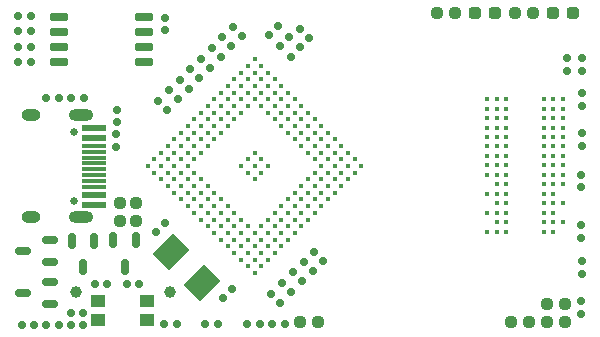
<source format=gbr>
%TF.GenerationSoftware,KiCad,Pcbnew,7.0.2-0*%
%TF.CreationDate,2023-05-15T12:10:58+08:00*%
%TF.ProjectId,slimarm_carambola,736c696d-6172-46d5-9f63-6172616d626f,rev?*%
%TF.SameCoordinates,Original*%
%TF.FileFunction,Soldermask,Top*%
%TF.FilePolarity,Negative*%
%FSLAX46Y46*%
G04 Gerber Fmt 4.6, Leading zero omitted, Abs format (unit mm)*
G04 Created by KiCad (PCBNEW 7.0.2-0) date 2023-05-15 12:10:58*
%MOMM*%
%LPD*%
G01*
G04 APERTURE LIST*
G04 Aperture macros list*
%AMRoundRect*
0 Rectangle with rounded corners*
0 $1 Rounding radius*
0 $2 $3 $4 $5 $6 $7 $8 $9 X,Y pos of 4 corners*
0 Add a 4 corners polygon primitive as box body*
4,1,4,$2,$3,$4,$5,$6,$7,$8,$9,$2,$3,0*
0 Add four circle primitives for the rounded corners*
1,1,$1+$1,$2,$3*
1,1,$1+$1,$4,$5*
1,1,$1+$1,$6,$7*
1,1,$1+$1,$8,$9*
0 Add four rect primitives between the rounded corners*
20,1,$1+$1,$2,$3,$4,$5,0*
20,1,$1+$1,$4,$5,$6,$7,0*
20,1,$1+$1,$6,$7,$8,$9,0*
20,1,$1+$1,$8,$9,$2,$3,0*%
%AMRotRect*
0 Rectangle, with rotation*
0 The origin of the aperture is its center*
0 $1 length*
0 $2 width*
0 $3 Rotation angle, in degrees counterclockwise*
0 Add horizontal line*
21,1,$1,$2,0,0,$3*%
G04 Aperture macros list end*
%ADD10RoundRect,0.150000X0.000000X-0.212132X0.212132X0.000000X0.000000X0.212132X-0.212132X0.000000X0*%
%ADD11RoundRect,0.150000X0.150000X0.150000X-0.150000X0.150000X-0.150000X-0.150000X0.150000X-0.150000X0*%
%ADD12RoundRect,0.150000X-0.212132X0.000000X0.000000X-0.212132X0.212132X0.000000X0.000000X0.212132X0*%
%ADD13RoundRect,0.150000X-0.150000X0.150000X-0.150000X-0.150000X0.150000X-0.150000X0.150000X0.150000X0*%
%ADD14RoundRect,0.150000X0.212132X0.000000X0.000000X0.212132X-0.212132X0.000000X0.000000X-0.212132X0*%
%ADD15RoundRect,0.237500X0.237500X0.237500X-0.237500X0.237500X-0.237500X-0.237500X0.237500X-0.237500X0*%
%ADD16RotRect,2.000000X2.400000X135.000000*%
%ADD17R,1.200000X1.000000*%
%ADD18RoundRect,0.237500X0.237500X-0.237500X0.237500X0.237500X-0.237500X0.237500X-0.237500X-0.237500X0*%
%ADD19RoundRect,0.150000X0.150000X-0.150000X0.150000X0.150000X-0.150000X0.150000X-0.150000X-0.150000X0*%
%ADD20RoundRect,0.237500X-0.237500X-0.237500X0.237500X-0.237500X0.237500X0.237500X-0.237500X0.237500X0*%
%ADD21RoundRect,0.150000X-0.150000X-0.150000X0.150000X-0.150000X0.150000X0.150000X-0.150000X0.150000X0*%
%ADD22C,0.650000*%
%ADD23R,2.000000X0.600000*%
%ADD24R,2.000000X0.300000*%
%ADD25O,2.100000X1.000000*%
%ADD26O,1.600000X1.000000*%
%ADD27RoundRect,0.150000X0.512500X0.150000X-0.512500X0.150000X-0.512500X-0.150000X0.512500X-0.150000X0*%
%ADD28RoundRect,0.237500X0.287500X0.237500X-0.287500X0.237500X-0.287500X-0.237500X0.287500X-0.237500X0*%
%ADD29RoundRect,0.150000X0.000000X0.212132X-0.212132X0.000000X0.000000X-0.212132X0.212132X0.000000X0*%
%ADD30RoundRect,0.150000X-0.650000X-0.150000X0.650000X-0.150000X0.650000X0.150000X-0.650000X0.150000X0*%
%ADD31C,0.410000*%
%ADD32RoundRect,0.150000X-0.150000X0.512500X-0.150000X-0.512500X0.150000X-0.512500X0.150000X0.512500X0*%
%ADD33C,1.000000*%
G04 APERTURE END LIST*
D10*
%TO.C,C31*%
X33878162Y-38481838D03*
X34641838Y-37718162D03*
%TD*%
D11*
%TO.C,R10*%
X33490000Y-40660000D03*
X32410000Y-40660000D03*
%TD*%
D12*
%TO.C,C5*%
X32978162Y-17298162D03*
X33741838Y-18061838D03*
%TD*%
D13*
%TO.C,C23*%
X63030000Y-18120000D03*
X63030000Y-19200000D03*
%TD*%
%TO.C,C28*%
X24900000Y-24600000D03*
X24900000Y-25680000D03*
%TD*%
D11*
%TO.C,C41*%
X37040000Y-40680000D03*
X35960000Y-40680000D03*
%TD*%
D12*
%TO.C,C6*%
X34778162Y-15498162D03*
X35541838Y-16261838D03*
%TD*%
D14*
%TO.C,C12*%
X39711838Y-37921838D03*
X38948162Y-37158162D03*
%TD*%
D12*
%TO.C,C4*%
X32078162Y-18218162D03*
X32841838Y-18981838D03*
%TD*%
D15*
%TO.C,R21*%
X53572000Y-14350000D03*
X52048000Y-14350000D03*
%TD*%
D16*
%TO.C,Y1*%
X32138148Y-37218148D03*
X29521852Y-34601852D03*
%TD*%
D15*
%TO.C,R20*%
X60179500Y-14370000D03*
X58655500Y-14370000D03*
%TD*%
%TO.C,R3*%
X41952000Y-40460000D03*
X40428000Y-40460000D03*
%TD*%
D14*
%TO.C,C13*%
X41521838Y-36161838D03*
X40758162Y-35398162D03*
%TD*%
D15*
%TO.C,R15*%
X59812000Y-40500000D03*
X58288000Y-40500000D03*
%TD*%
D17*
%TO.C,SW1*%
X27470000Y-40350000D03*
X23370000Y-40350000D03*
X27470000Y-38750000D03*
X23370000Y-38750000D03*
%TD*%
D12*
%TO.C,C2*%
X29325000Y-20885000D03*
X30088676Y-21648676D03*
%TD*%
D14*
%TO.C,C15*%
X40611838Y-37031838D03*
X39848162Y-36268162D03*
%TD*%
D11*
%TO.C,R23*%
X17660000Y-18490000D03*
X16580000Y-18490000D03*
%TD*%
%TO.C,R24*%
X17630000Y-17170000D03*
X16550000Y-17170000D03*
%TD*%
%TO.C,R2*%
X20050000Y-21490000D03*
X18970000Y-21490000D03*
%TD*%
D12*
%TO.C,R9*%
X33820000Y-16390000D03*
X34583676Y-17153676D03*
%TD*%
D18*
%TO.C,R7*%
X26590000Y-31902000D03*
X26590000Y-30378000D03*
%TD*%
D12*
%TO.C,C3*%
X30258162Y-19998162D03*
X31021838Y-20761838D03*
%TD*%
D11*
%TO.C,C35*%
X20030000Y-40780000D03*
X18950000Y-40780000D03*
%TD*%
D19*
%TO.C,C22*%
X64270000Y-33360000D03*
X64270000Y-32280000D03*
%TD*%
D20*
%TO.C,R12*%
X61348000Y-38930000D03*
X62872000Y-38930000D03*
%TD*%
D21*
%TO.C,C40*%
X25770000Y-37240000D03*
X26850000Y-37240000D03*
%TD*%
D11*
%TO.C,R13*%
X17630000Y-15870000D03*
X16550000Y-15870000D03*
%TD*%
D22*
%TO.C,J1*%
X21331000Y-24430000D03*
X21331000Y-30210000D03*
D23*
X23031000Y-24070000D03*
X23031000Y-24870000D03*
D24*
X23031000Y-26070000D03*
X23031000Y-27070000D03*
X23031000Y-27570000D03*
X23031000Y-28570000D03*
D23*
X23031000Y-29770000D03*
X23031000Y-30570000D03*
X23031000Y-30570000D03*
X23031000Y-29770000D03*
D24*
X23031000Y-29070000D03*
X23031000Y-28070000D03*
X23031000Y-26570000D03*
X23031000Y-25570000D03*
D23*
X23031000Y-24870000D03*
X23031000Y-24070000D03*
D25*
X21861000Y-23000000D03*
D26*
X17681000Y-23000000D03*
D25*
X21861000Y-31640000D03*
D26*
X17681000Y-31640000D03*
%TD*%
D13*
%TO.C,C19*%
X64310000Y-21100000D03*
X64310000Y-22180000D03*
%TD*%
D27*
%TO.C,U6*%
X19267500Y-35430000D03*
X19267500Y-33530000D03*
X16992500Y-34480000D03*
%TD*%
D28*
%TO.C,D1*%
X63580000Y-14370000D03*
X61830000Y-14370000D03*
%TD*%
D12*
%TO.C,C1*%
X31138162Y-19098162D03*
X31901838Y-19861838D03*
%TD*%
D19*
%TO.C,C21*%
X64270000Y-29090000D03*
X64270000Y-28010000D03*
%TD*%
%TO.C,C36*%
X24910000Y-23590000D03*
X24910000Y-22510000D03*
%TD*%
D21*
%TO.C,R1*%
X21040000Y-21490000D03*
X22120000Y-21490000D03*
%TD*%
D12*
%TO.C,C9*%
X40478162Y-15718162D03*
X41241838Y-16481838D03*
%TD*%
D27*
%TO.C,U5*%
X19247500Y-38990000D03*
X19247500Y-37090000D03*
X16972500Y-38040000D03*
%TD*%
D15*
%TO.C,R14*%
X62882000Y-40480000D03*
X61358000Y-40480000D03*
%TD*%
D29*
%TO.C,C32*%
X29021838Y-32078162D03*
X28258162Y-32841838D03*
%TD*%
%TO.C,C10*%
X40431838Y-17248162D03*
X39668162Y-18011838D03*
%TD*%
D11*
%TO.C,C37*%
X22090000Y-40760000D03*
X21010000Y-40760000D03*
%TD*%
D13*
%TO.C,C26*%
X64220000Y-38700000D03*
X64220000Y-39780000D03*
%TD*%
D14*
%TO.C,C14*%
X38711838Y-38901838D03*
X37948162Y-38138162D03*
%TD*%
%TO.C,C16*%
X41628162Y-34528162D03*
X42391838Y-35291838D03*
%TD*%
D30*
%TO.C,U3*%
X20040000Y-14655000D03*
X20040000Y-15925000D03*
X20040000Y-17195000D03*
X20040000Y-18465000D03*
X27240000Y-18465000D03*
X27240000Y-17195000D03*
X27240000Y-15925000D03*
X27240000Y-14655000D03*
%TD*%
D18*
%TO.C,R5*%
X25160000Y-31902000D03*
X25160000Y-30378000D03*
%TD*%
D11*
%TO.C,C33*%
X17950000Y-40780000D03*
X16870000Y-40780000D03*
%TD*%
D29*
%TO.C,C7*%
X38601838Y-15458162D03*
X37838162Y-16221838D03*
%TD*%
D19*
%TO.C,C24*%
X64290000Y-36430000D03*
X64290000Y-35350000D03*
%TD*%
D11*
%TO.C,R22*%
X17670000Y-14610000D03*
X16590000Y-14610000D03*
%TD*%
%TO.C,R11*%
X39130000Y-40680000D03*
X38050000Y-40680000D03*
%TD*%
D31*
%TO.C,U2*%
X56299600Y-21629300D03*
X57099700Y-21629300D03*
X57899800Y-21629300D03*
X61100200Y-21629300D03*
X61900300Y-21629300D03*
X62700400Y-21629300D03*
X56299600Y-22429400D03*
X57099700Y-22429400D03*
X57899800Y-22429400D03*
X61100200Y-22429400D03*
X61900300Y-22429400D03*
X62700400Y-22429400D03*
X56299600Y-23229500D03*
X57099700Y-23229500D03*
X57899800Y-23229500D03*
X61100200Y-23229500D03*
X61900300Y-23229500D03*
X62700400Y-23229500D03*
X56299600Y-24029600D03*
X57099700Y-24029600D03*
X57899800Y-24029600D03*
X61100200Y-24029600D03*
X61900300Y-24029600D03*
X62700400Y-24029600D03*
X56299600Y-24829700D03*
X57099700Y-24829700D03*
X57899800Y-24829700D03*
X61100200Y-24829700D03*
X61900300Y-24829700D03*
X62700400Y-24829700D03*
X56299600Y-25629800D03*
X57099700Y-25629800D03*
X57899800Y-25629800D03*
X61100200Y-25629800D03*
X61900300Y-25629800D03*
X62700400Y-25629800D03*
X56299600Y-26429900D03*
X57099700Y-26429900D03*
X57899800Y-26429900D03*
X61100200Y-26429900D03*
X61900300Y-26429900D03*
X62700400Y-26429900D03*
X56299600Y-27230000D03*
X57099700Y-27230000D03*
X57899800Y-27230000D03*
X61100200Y-27230000D03*
X61900300Y-27230000D03*
X62700400Y-27230000D03*
X56299600Y-28030100D03*
X57099700Y-28030100D03*
X57899800Y-28030100D03*
X61100200Y-28030100D03*
X61900300Y-28030100D03*
X62700400Y-28030100D03*
X57099700Y-28830200D03*
X57899800Y-28830200D03*
X61100200Y-28830200D03*
X61900300Y-28830200D03*
X62700400Y-28830200D03*
X56299600Y-29630300D03*
X57099700Y-29630300D03*
X57899800Y-29630300D03*
X61100200Y-29630300D03*
X61900300Y-29630300D03*
X57099700Y-30430400D03*
X57899800Y-30430400D03*
X61100200Y-30430400D03*
X61900300Y-30430400D03*
X62700400Y-30430400D03*
X56299600Y-31230500D03*
X57099700Y-31230500D03*
X57899800Y-31230500D03*
X61100200Y-31230500D03*
X61900300Y-31230500D03*
X57099700Y-32030600D03*
X57899800Y-32030600D03*
X61100200Y-32030600D03*
X61900300Y-32030600D03*
X62700400Y-32030600D03*
X56299600Y-32830700D03*
X57099700Y-32830700D03*
X57899800Y-32830700D03*
X61100200Y-32830700D03*
X61900300Y-32830700D03*
%TD*%
D13*
%TO.C,C20*%
X64310000Y-24480000D03*
X64310000Y-25560000D03*
%TD*%
D28*
%TO.C,D2*%
X56982500Y-14370000D03*
X55232500Y-14370000D03*
%TD*%
D21*
%TO.C,C38*%
X28910000Y-40700000D03*
X29990000Y-40700000D03*
%TD*%
D29*
%TO.C,C11*%
X39543676Y-16336324D03*
X38780000Y-17100000D03*
%TD*%
D13*
%TO.C,C25*%
X64340000Y-18120000D03*
X64340000Y-19200000D03*
%TD*%
D31*
%TO.C,U1*%
X36590000Y-18239033D03*
X37155685Y-18804719D03*
X37721371Y-19370404D03*
X38287056Y-19936089D03*
X38852742Y-20501775D03*
X39418427Y-21067460D03*
X39984113Y-21633146D03*
X40549798Y-22198831D03*
X41115483Y-22764517D03*
X41681169Y-23330202D03*
X42246854Y-23895887D03*
X42812540Y-24461573D03*
X43378225Y-25027258D03*
X43943911Y-25592944D03*
X44509596Y-26158629D03*
X45075281Y-26724315D03*
X45640967Y-27290000D03*
X36024315Y-18804719D03*
X36590000Y-19370404D03*
X37155685Y-19936089D03*
X37721371Y-20501775D03*
X38287056Y-21067460D03*
X38852742Y-21633146D03*
X39418427Y-22198831D03*
X39984113Y-22764517D03*
X40549798Y-23330202D03*
X41115483Y-23895887D03*
X41681169Y-24461573D03*
X42246854Y-25027258D03*
X42812540Y-25592944D03*
X43378225Y-26158629D03*
X43943911Y-26724315D03*
X44509596Y-27290000D03*
X45075281Y-27855685D03*
X35458629Y-19370404D03*
X36024315Y-19936089D03*
X36590000Y-20501775D03*
X37155685Y-21067460D03*
X37721371Y-21633146D03*
X38287056Y-22198831D03*
X38852742Y-22764517D03*
X39418427Y-23330202D03*
X39984113Y-23895887D03*
X40549798Y-24461573D03*
X41115483Y-25027258D03*
X41681169Y-25592944D03*
X42246854Y-26158629D03*
X42812540Y-26724315D03*
X43378225Y-27290000D03*
X43943911Y-27855685D03*
X44509596Y-28421371D03*
X34892944Y-19936089D03*
X35458629Y-20501775D03*
X36024315Y-21067460D03*
X36590000Y-21633146D03*
X37155685Y-22198831D03*
X37721371Y-22764517D03*
X38287056Y-23330202D03*
X38852742Y-23895887D03*
X39418427Y-24461573D03*
X39984113Y-25027258D03*
X40549798Y-25592944D03*
X41115483Y-26158629D03*
X41681169Y-26724315D03*
X42246854Y-27290000D03*
X42812540Y-27855685D03*
X43378225Y-28421371D03*
X43943911Y-28987056D03*
X34327258Y-20501775D03*
X34892944Y-21067460D03*
X35458629Y-21633146D03*
X36024315Y-22198831D03*
X41681169Y-27855685D03*
X42246854Y-28421371D03*
X42812540Y-28987056D03*
X43378225Y-29552742D03*
X33761573Y-21067460D03*
X34327258Y-21633146D03*
X34892944Y-22198831D03*
X35458629Y-22764517D03*
X41115483Y-28421371D03*
X41681169Y-28987056D03*
X42246854Y-29552742D03*
X42812540Y-30118427D03*
X33195887Y-21633146D03*
X33761573Y-22198831D03*
X34327258Y-22764517D03*
X34892944Y-23330202D03*
X40549798Y-28987056D03*
X41115483Y-29552742D03*
X41681169Y-30118427D03*
X42246854Y-30684113D03*
X32630202Y-22198831D03*
X33195887Y-22764517D03*
X33761573Y-23330202D03*
X34327258Y-23895887D03*
X36590000Y-26158629D03*
X37155685Y-26724315D03*
X37721371Y-27290000D03*
X39984113Y-29552742D03*
X40549798Y-30118427D03*
X41115483Y-30684113D03*
X41681169Y-31249798D03*
X32064517Y-22764517D03*
X32630202Y-23330202D03*
X33195887Y-23895887D03*
X33761573Y-24461573D03*
X36024315Y-26724315D03*
X36590000Y-27290000D03*
X37155685Y-27855685D03*
X39418427Y-30118427D03*
X39984113Y-30684113D03*
X40549798Y-31249798D03*
X41115483Y-31815483D03*
X31498831Y-23330202D03*
X32064517Y-23895887D03*
X32630202Y-24461573D03*
X33195887Y-25027258D03*
X35458629Y-27290000D03*
X36024315Y-27855685D03*
X36590000Y-28421371D03*
X38852742Y-30684113D03*
X39418427Y-31249798D03*
X39984113Y-31815483D03*
X40549798Y-32381169D03*
X30933146Y-23895887D03*
X31498831Y-24461573D03*
X32064517Y-25027258D03*
X32630202Y-25592944D03*
X38287056Y-31249798D03*
X38852742Y-31815483D03*
X39418427Y-32381169D03*
X39984113Y-32946854D03*
X30367460Y-24461573D03*
X30933146Y-25027258D03*
X31498831Y-25592944D03*
X32064517Y-26158629D03*
X37721371Y-31815483D03*
X38287056Y-32381169D03*
X38852742Y-32946854D03*
X39418427Y-33512540D03*
X29801775Y-25027258D03*
X30367460Y-25592944D03*
X30933146Y-26158629D03*
X31498831Y-26724315D03*
X37155685Y-32381169D03*
X37721371Y-32946854D03*
X38287056Y-33512540D03*
X38852742Y-34078225D03*
X29236089Y-25592944D03*
X29801775Y-26158629D03*
X30367460Y-26724315D03*
X30933146Y-27290000D03*
X31498831Y-27855685D03*
X32064517Y-28421371D03*
X32630202Y-28987056D03*
X33195887Y-29552742D03*
X33761573Y-30118427D03*
X34327258Y-30684113D03*
X34892944Y-31249798D03*
X35458629Y-31815483D03*
X36024315Y-32381169D03*
X36590000Y-32946854D03*
X37155685Y-33512540D03*
X37721371Y-34078225D03*
X38287056Y-34643911D03*
X28670404Y-26158629D03*
X29236089Y-26724315D03*
X29801775Y-27290000D03*
X30367460Y-27855685D03*
X30933146Y-28421371D03*
X31498831Y-28987056D03*
X32064517Y-29552742D03*
X32630202Y-30118427D03*
X33195887Y-30684113D03*
X33761573Y-31249798D03*
X34327258Y-31815483D03*
X34892944Y-32381169D03*
X35458629Y-32946854D03*
X36024315Y-33512540D03*
X36590000Y-34078225D03*
X37155685Y-34643911D03*
X37721371Y-35209596D03*
X28104719Y-26724315D03*
X28670404Y-27290000D03*
X29236089Y-27855685D03*
X29801775Y-28421371D03*
X30367460Y-28987056D03*
X30933146Y-29552742D03*
X31498831Y-30118427D03*
X32064517Y-30684113D03*
X32630202Y-31249798D03*
X33195887Y-31815483D03*
X33761573Y-32381169D03*
X34327258Y-32946854D03*
X34892944Y-33512540D03*
X35458629Y-34078225D03*
X36024315Y-34643911D03*
X36590000Y-35209596D03*
X37155685Y-35775281D03*
X27539033Y-27290000D03*
X28104719Y-27855685D03*
X28670404Y-28421371D03*
X29236089Y-28987056D03*
X29801775Y-29552742D03*
X30367460Y-30118427D03*
X30933146Y-30684113D03*
X31498831Y-31249798D03*
X32064517Y-31815483D03*
X32630202Y-32381169D03*
X33195887Y-32946854D03*
X33761573Y-33512540D03*
X34327258Y-34078225D03*
X34892944Y-34643911D03*
X35458629Y-35209596D03*
X36024315Y-35775281D03*
X36590000Y-36340967D03*
%TD*%
D32*
%TO.C,U7*%
X23010000Y-33595000D03*
X21110000Y-33595000D03*
X22060000Y-35870000D03*
%TD*%
D12*
%TO.C,C8*%
X28435000Y-21775000D03*
X29198676Y-22538676D03*
%TD*%
D32*
%TO.C,U8*%
X26540000Y-33565000D03*
X24640000Y-33565000D03*
X25590000Y-35840000D03*
%TD*%
D19*
%TO.C,C27*%
X29040000Y-15800000D03*
X29040000Y-14720000D03*
%TD*%
D11*
%TO.C,C34*%
X24140000Y-37290000D03*
X23060000Y-37290000D03*
%TD*%
%TO.C,C39*%
X22100000Y-39740000D03*
X21020000Y-39740000D03*
%TD*%
D33*
%TO.C,U4*%
X29450000Y-37970000D03*
X21450000Y-37970000D03*
%TD*%
M02*

</source>
